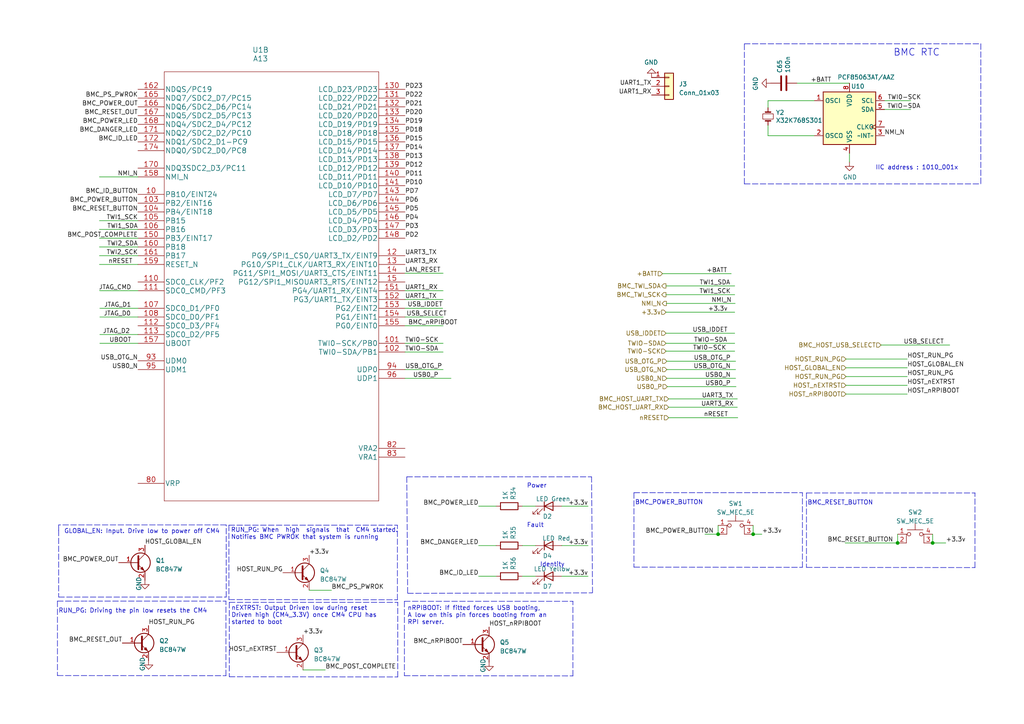
<source format=kicad_sch>
(kicad_sch (version 20230121) (generator eeschema)
  (paper "A4")
  (title_block (title "srvant-board MK1") (date "2021-07-14") (rev "rev-0.1dev"))
  (lib_symbols
    (symbol "Analog_ADC:ADC128D818"
      (property "Reference" "U" (at -10.16 19.05 0))
      (property "Value" "ADC128D818" (at 1.27 19.05 0))
      (symbol "ADC128D818_0_1"
        (rectangle (start -10.16 17.78) (end 10.16 -17.78) (stroke (width 0.254)) (fill (type background)))
      )
      (symbol "ADC128D818_1_1"
        (pin input line (at -12.7 -7.62 0) (length 2.54) (name "VREF") (number "1"))
        (pin input line (at -12.7 0 0) (length 2.54) (name "IN6") (number "10"))
        (pin input line (at -12.7 2.54 0) (length 2.54) (name "IN5") (number "11"))
        (pin input line (at -12.7 5.08 0) (length 2.54) (name "IN4") (number "12"))
        (pin input line (at -12.7 7.62 0) (length 2.54) (name "IN3") (number "13"))
        (pin input line (at -12.7 10.16 0) (length 2.54) (name "IN2") (number "14"))
        (pin input line (at -12.7 12.7 0) (length 2.54) (name "IN1") (number "15"))
        (pin input line (at -12.7 15.24 0) (length 2.54) (name "IN0") (number "16"))
        (pin bidirectional line (at 12.7 15.24 180) (length 2.54) (name "SDA") (number "2"))
        (pin input line (at 12.7 12.7 180) (length 2.54) (name "SCL") (number "3"))
        (pin power_in line (at 0 -20.32 90) (length 2.54) (name "GND") (number "4"))
        (pin power_in line (at 0 20.32 270) (length 2.54) (name "V+") (number "5"))
        (pin output line (at 12.7 2.54 180) (length 2.54) (name "~INT") (number "6"))
        (pin input line (at -12.7 -12.7 0) (length 2.54) (name "A0") (number "7"))
        (pin input line (at -12.7 -15.24 0) (length 2.54) (name "A1") (number "8"))
        (pin input line (at -12.7 -2.54 0) (length 2.54) (name "IN7") (number "9"))
      )
    )
    (symbol "Connector_Generic:Conn_01x03" (pin_names (offset 1.016) hide)
      (property "Reference" "J" (at 0 5.08 0))
      (property "Value" "Conn_01x03" (at 0 -5.08 0))
      (symbol "Conn_01x03_1_1"
        (rectangle (start -1.27 -2.413) (end 0 -2.667) (stroke (width 0.1524)))
        (rectangle (start -1.27 0.127) (end 0 -0.127) (stroke (width 0.1524)))
        (rectangle (start -1.27 2.667) (end 0 2.413) (stroke (width 0.1524)))
        (rectangle (start -1.27 3.81) (end 1.27 -3.81) (stroke (width 0.254)) (fill (type background)))
        (pin passive line (at -5.08 2.54 0) (length 3.81) (name "Pin_1") (number "1"))
        (pin passive line (at -5.08 0 0) (length 3.81) (name "Pin_2") (number "2"))
        (pin passive line (at -5.08 -2.54 0) (length 3.81) (name "Pin_3") (number "3"))
      )
    )
    (symbol "Device:C" (pin_numbers hide) (pin_names (offset 0.254))
      (property "Reference" "C" (at 0.635 2.54 0))
      (property "Value" "C" (at 0.635 -2.54 0))
      (symbol "C_0_1"
        (polyline (pts (xy -2.032 -0.762) (xy 2.032 -0.762)) (stroke (width 0.508)))
        (polyline (pts (xy -2.032 0.762) (xy 2.032 0.762)) (stroke (width 0.508)))
      )
      (symbol "C_1_1"
        (pin passive line (at 0 3.81 270) (length 2.794) (name "~") (number "1"))
        (pin passive line (at 0 -3.81 90) (length 2.794) (name "~") (number "2"))
      )
    )
    (symbol "Device:Crystal_Small" (pin_numbers hide) (pin_names hide)
      (property "Reference" "Y" (at 0 2.54 0))
      (property "Value" "Crystal_Small" (at 0 -2.54 0))
      (symbol "Crystal_Small_0_1"
        (rectangle (start -0.762 -1.524) (end 0.762 1.524))
        (polyline (pts (xy -1.27 -0.762) (xy -1.27 0.762)) (stroke (width 0.381)))
        (polyline (pts (xy 1.27 -0.762) (xy 1.27 0.762)) (stroke (width 0.381)))
      )
      (symbol "Crystal_Small_1_1"
        (pin passive line (at -2.54 0 0) (length 1.27) (name "1") (number "1"))
        (pin passive line (at 2.54 0 180) (length 1.27) (name "2") (number "2"))
      )
    )
    (symbol "Device:LED" (pin_numbers hide) (pin_names (offset 1.016) hide)
      (property "Reference" "D" (at 0 2.54 0))
      (property "Value" "LED" (at 0 -2.54 0))
      (symbol "LED_0_1"
        (polyline (pts (xy -1.27 -1.27) (xy -1.27 1.27)) (stroke (width 0.254)))
        (polyline (pts (xy -1.27 0) (xy 1.27 0)))
        (polyline (pts (xy 1.27 -1.27) (xy 1.27 1.27) (xy -1.27 0) (xy 1.27 -1.27)) (stroke (width 0.254)))
        (polyline (pts (xy -3.048 -0.762) (xy -4.572 -2.286) (xy -3.81 -2.286) (xy -4.572 -2.286) (xy -4.572 -1.524)))
        (polyline (pts (xy -1.778 -0.762) (xy -3.302 -2.286) (xy -2.54 -2.286) (xy -3.302 -2.286) (xy -3.302 -1.524)))
      )
      (symbol "LED_1_1"
        (pin passive line (at -3.81 0 0) (length 2.54) (name "K") (number "1"))
        (pin passive line (at 3.81 0 180) (length 2.54) (name "A") (number "2"))
      )
    )
    (symbol "Device:R" (pin_numbers hide) (pin_names (offset 0))
      (property "Reference" "R" (at 2.032 0 90))
      (property "Value" "R" (at 0 0 90))
      (symbol "R_0_1"
        (rectangle (start -1.016 -2.54) (end 1.016 2.54) (stroke (width 0.254)))
      )
      (symbol "R_1_1"
        (pin passive line (at 0 3.81 270) (length 1.27) (name "~") (number "1"))
        (pin passive line (at 0 -3.81 90) (length 1.27) (name "~") (number "2"))
      )
    )
    (symbol "Switch:SW_MEC_5E" (pin_names (offset 1.016) hide)
      (property "Reference" "SW" (at 0.635 5.715 0))
      (property "Value" "SW_MEC_5E" (at 0 -3.175 0))
      (symbol "SW_MEC_5E_0_1"
        (circle (center -1.778 2.54) (radius 0.508))
        (polyline (pts (xy -2.286 3.81) (xy 2.286 3.81)))
        (polyline (pts (xy 0 3.81) (xy 0 5.588)))
        (polyline (pts (xy -2.54 0) (xy -2.54 2.54) (xy -2.286 2.54)))
        (polyline (pts (xy 2.54 0) (xy 2.54 2.54) (xy 2.286 2.54)))
        (circle (center 1.778 2.54) (radius 0.508))
        (pin passive line (at -5.08 2.54 0) (length 2.54) (name "1") (number "1"))
        (pin passive line (at -5.08 0 0) (length 2.54) (name "2") (number "2"))
        (pin passive line (at 5.08 0 180) (length 2.54) (name "K") (number "3"))
        (pin passive line (at 5.08 2.54 180) (length 2.54) (name "A") (number "4"))
      )
    )
    (symbol "Timer_RTC:PCF8563T"
      (property "Reference" "U" (at -7.62 8.89 0))
      (property "Value" "PCF8563T" (at 2.54 8.89 0))
      (symbol "PCF8563T_0_1"
        (rectangle (start -7.62 7.62) (end 7.62 -7.62) (stroke (width 0.254)) (fill (type background)))
      )
      (symbol "PCF8563T_1_1"
        (pin input line (at -10.16 5.08 0) (length 2.54) (name "OSCI") (number "1"))
        (pin output line (at -10.16 -5.08 0) (length 2.54) (name "OSCO") (number "2"))
        (pin output line (at 10.16 -5.08 180) (length 2.54) (name "~INT~") (number "3"))
        (pin power_in line (at 0 -10.16 90) (length 2.54) (name "VSS") (number "4"))
        (pin bidirectional line (at 10.16 2.54 180) (length 2.54) (name "SDA") (number "5"))
        (pin input line (at 10.16 5.08 180) (length 2.54) (name "SCL") (number "6"))
        (pin output clock (at 10.16 -2.54 180) (length 2.54) (name "CLKO") (number "7"))
        (pin power_in line (at 0 10.16 270) (length 2.54) (name "VDD") (number "8"))
      )
    )
    (symbol "Transistor_BJT:BC847W" (pin_names (offset 0) hide)
      (property "Reference" "Q" (at 5.08 1.905 0))
      (property "Value" "BC847W" (at 5.08 0 0))
      (symbol "BC847W_0_1"
        (polyline (pts (xy 0.635 0.635) (xy 2.54 2.54)))
        (polyline (pts (xy 0.635 -0.635) (xy 2.54 -2.54) (xy 2.54 -2.54)))
        (polyline (pts (xy 0.635 1.905) (xy 0.635 -1.905) (xy 0.635 -1.905)) (stroke (width 0.508)))
        (polyline (pts (xy 1.27 -1.778) (xy 1.778 -1.27) (xy 2.286 -2.286) (xy 1.27 -1.778) (xy 1.27 -1.778)) (fill (type outline)))
        (circle (center 1.27 0) (radius 2.8194) (stroke (width 0.254)))
      )
      (symbol "BC847W_1_1"
        (pin input line (at -5.08 0 0) (length 5.715) (name "B") (number "1"))
        (pin passive line (at 2.54 -5.08 90) (length 2.54) (name "E") (number "2"))
        (pin passive line (at 2.54 5.08 270) (length 2.54) (name "C") (number "3"))
      )
    )
    (symbol "a13_func:A13" (pin_names (offset 0.254))
      (property "Reference" "U1" (at 85.09 11.43 0))
      (property "Value" "A13" (at 85.09 8.89 0))
      (symbol "A13_1_1"
        (polyline (pts (xy 7.62 -127) (xy 114.3 -127)) (stroke (width 0.127)))
        (polyline (pts (xy 7.62 5.08) (xy 7.62 -127)) (stroke (width 0.127)))
        (polyline (pts (xy 114.3 -127) (xy 114.3 5.08)) (stroke (width 0.127)))
        (polyline (pts (xy 114.3 5.08) (xy 7.62 5.08)) (stroke (width 0.127)))
        (pin output line (at 121.92 -88.9 180) (length 7.62) (name "NRE/PC5") (number "1"))
        (pin bidirectional line (at 0 -63.5 0) (length 7.62) (name "CSI_PCLK/SPI2_CS0/EINT14/PE0") (number "114"))
        (pin bidirectional line (at 0 -66.04 0) (length 7.62) (name "CSI_MCLK/SPI2_CLK/EINT15/PE1") (number "115"))
        (pin bidirectional line (at 0 -68.58 0) (length 7.62) (name "CSI_HSYNC/SPI2_MOSI/PE2") (number "116"))
        (pin bidirectional line (at 0 -71.12 0) (length 7.62) (name "CSI_VSYNC/SPI2_MISO/PE3") (number "117"))
        (pin bidirectional line (at 0 -40.64 0) (length 7.62) (name "CSI_D0/SDC2_D0/PE4") (number "118"))
        (pin bidirectional line (at 0 -43.18 0) (length 7.62) (name "CSI_D1/SDC2_D1/PE5") (number "119"))
        (pin bidirectional line (at 0 -45.72 0) (length 7.62) (name "CSI_D2/SDC2_D2/PE6") (number "120"))
        (pin bidirectional line (at 0 -48.26 0) (length 7.62) (name "CSI_D3/SDC2_D3/PE7") (number "121"))
        (pin bidirectional line (at 0 -50.8 0) (length 7.62) (name "CSI_D4/SDC2_CMD/PE8") (number "122"))
        (pin bidirectional line (at 0 -53.34 0) (length 7.62) (name "CSI_D5/SDC2_CLK/PE9") (number "123"))
        (pin bidirectional line (at 0 -55.88 0) (length 7.62) (name "CSI_D6/UART1_TX/PE10") (number "124"))
        (pin bidirectional line (at 0 -58.42 0) (length 7.62) (name "CSI_D7/UART1_RX/PE11") (number "125"))
        (pin bidirectional line (at 121.92 -114.3 180) (length 7.62) (name "LCD_VSYNC/PD27") (number "126"))
        (pin bidirectional line (at 121.92 -116.84 180) (length 7.62) (name "LCD_HSYNC/PD26") (number "127"))
        (pin bidirectional line (at 121.92 -119.38 180) (length 7.62) (name "LCD_DE/PD25") (number "128"))
        (pin bidirectional line (at 121.92 -121.92 180) (length 7.62) (name "LCD_CLK/PD24") (number "129"))
        (pin unspecified line (at 0 -116.84 0) (length 7.62) (name "DZQ") (number "17"))
        (pin input line (at 0 -7.62 0) (length 7.62) (name "NRB1/SDC2_CLK/PC7") (number "175"))
        (pin input line (at 0 -10.16 0) (length 7.62) (name "NRB0/SDC2_CMD/PC6") (number "176"))
        (pin bidirectional line (at 0 -76.2 0) (length 7.62) (name "DDR3_D4") (number "19"))
        (pin bidirectional line (at 0 -78.74 0) (length 7.62) (name "DDR3_D6") (number "20"))
        (pin bidirectional line (at 0 -81.28 0) (length 7.62) (name "DDR3_D2") (number "21"))
        (pin bidirectional line (at 0 -83.82 0) (length 7.62) (name "DDR3_D0") (number "22"))
        (pin bidirectional line (at 0 -86.36 0) (length 7.62) (name "DDR3_D11") (number "24"))
        (pin bidirectional line (at 0 -88.9 0) (length 7.62) (name "DDR3_D9") (number "25"))
        (pin bidirectional line (at 0 -91.44 0) (length 7.62) (name "DDR3_D13") (number "26"))
        (pin bidirectional line (at 0 -93.98 0) (length 7.62) (name "DDR3_D15") (number "27"))
        (pin output line (at 121.92 0 180) (length 7.62) (name "DDR3_DM1") (number "28"))
        (pin output line (at 121.92 -2.54 180) (length 7.62) (name "DDR3_DM0") (number "29"))
        (pin bidirectional line (at 121.92 -101.6 180) (length 7.62) (name "DDR3_DQS0") (number "31"))
        (pin bidirectional line (at 121.92 -104.14 180) (length 7.62) (name "DDR3_DQS0_N") (number "32"))
        (pin bidirectional line (at 121.92 -106.68 180) (length 7.62) (name "DDR3_DQS1") (number "33"))
        (pin bidirectional line (at 121.92 -109.22 180) (length 7.62) (name "DDR3_DQS1_N") (number "34"))
        (pin bidirectional line (at 0 -96.52 0) (length 7.62) (name "DDR3_D12") (number "36"))
        (pin bidirectional line (at 0 -99.06 0) (length 7.62) (name "DDR3_D8") (number "37"))
        (pin bidirectional line (at 0 -101.6 0) (length 7.62) (name "DDR3_D14") (number "38"))
        (pin bidirectional line (at 0 -104.14 0) (length 7.62) (name "DDR3_D10") (number "39"))
        (pin bidirectional line (at 0 -106.68 0) (length 7.62) (name "DDR3_D1") (number "40"))
        (pin bidirectional line (at 0 -109.22 0) (length 7.62) (name "DDR3_D3") (number "41"))
        (pin bidirectional line (at 0 -111.76 0) (length 7.62) (name "DDR3_D7") (number "42"))
        (pin bidirectional line (at 0 -114.3 0) (length 7.62) (name "DDR3_D5") (number "44"))
        (pin output line (at 121.92 -5.08 180) (length 7.62) (name "DDR3_CK") (number "45"))
        (pin output line (at 121.92 -7.62 180) (length 7.62) (name "DDR3_CK_N") (number "46"))
        (pin output line (at 121.92 -10.16 180) (length 7.62) (name "DDR3_CKE") (number "47"))
        (pin output line (at 121.92 -12.7 180) (length 7.62) (name "DDR3_A10") (number "48"))
        (pin output line (at 121.92 -15.24 180) (length 7.62) (name "DDR3_BA1") (number "49"))
        (pin output line (at 121.92 -17.78 180) (length 7.62) (name "DDR3_A12") (number "50"))
        (pin output line (at 121.92 -20.32 180) (length 7.62) (name "DDR3_A4") (number "51"))
        (pin output line (at 121.92 -22.86 180) (length 7.62) (name "DDR3_A1") (number "52"))
        (pin output line (at 121.92 -25.4 180) (length 7.62) (name "DDR3_A6") (number "54"))
        (pin output line (at 121.92 -27.94 180) (length 7.62) (name "DDR3_A8") (number "55"))
        (pin output line (at 121.92 -30.48 180) (length 7.62) (name "DDR3_A11") (number "56"))
        (pin output line (at 121.92 -33.02 180) (length 7.62) (name "DDR3_A14") (number "57"))
        (pin output line (at 121.92 -35.56 180) (length 7.62) (name "DDR3_RAS") (number "58"))
        (pin output line (at 121.92 -38.1 180) (length 7.62) (name "DDR3_CAS") (number "59"))
        (pin output line (at 121.92 -40.64 180) (length 7.62) (name "DDR3_WE") (number "60"))
        (pin output line (at 121.92 -43.18 180) (length 7.62) (name "DDR3_BA2") (number "61"))
        (pin output line (at 121.92 -45.72 180) (length 7.62) (name "DDR3_BA0") (number "63"))
        (pin output line (at 121.92 -48.26 180) (length 7.62) (name "DDR3_A0") (number "64"))
        (pin output line (at 121.92 -50.8 180) (length 7.62) (name "DDR3_A3") (number "65"))
        (pin output line (at 121.92 -53.34 180) (length 7.62) (name "DDR3_A2") (number "66"))
        (pin output line (at 121.92 -55.88 180) (length 7.62) (name "DDR3_A5") (number "67"))
        (pin output line (at 121.92 -58.42 180) (length 7.62) (name "DDR3_A13") (number "68"))
        (pin output line (at 121.92 -60.96 180) (length 7.62) (name "DDR3_A9") (number "69"))
        (pin output line (at 121.92 -86.36 180) (length 7.62) (name "NALE/SPI0_MISO/PC1") (number "7"))
        (pin output line (at 121.92 -63.5 180) (length 7.62) (name "DDR3_RST") (number "70"))
        (pin output line (at 121.92 -66.04 180) (length 7.62) (name "DDR3_A7") (number "71"))
        (pin output line (at 121.92 -68.58 180) (length 7.62) (name "DDR3_ODT") (number "72"))
        (pin output line (at 121.92 -81.28 180) (length 7.62) (name "HPOUTL") (number "74"))
        (pin output line (at 121.92 -73.66 180) (length 7.62) (name "HPBP") (number "75"))
        (pin output line (at 121.92 -76.2 180) (length 7.62) (name "HPCOM") (number "77"))
        (pin output line (at 121.92 -83.82 180) (length 7.62) (name "HPOUTR") (number "78"))
        (pin output line (at 121.92 -91.44 180) (length 7.62) (name "NWE/SPI0_MOSI/PC0") (number "8"))
        (pin input line (at 0 -2.54 0) (length 7.62) (name "MICIN1") (number "84"))
        (pin input line (at 0 0 0) (length 7.62) (name "LRADC") (number "86"))
        (pin input line (at 0 -15.24 0) (length 7.62) (name "TPX2") (number "87"))
        (pin input line (at 0 -22.86 0) (length 7.62) (name "TPY2") (number "88"))
        (pin input line (at 0 -17.78 0) (length 7.62) (name "TPX1") (number "89"))
        (pin input line (at 0 -25.4 0) (length 7.62) (name "TPY1") (number "90"))
        (pin output line (at 121.92 -96.52 180) (length 7.62) (name "X24MOUT") (number "91"))
        (pin input line (at 0 -35.56 0) (length 7.62) (name "X24MIN") (number "92"))
      )
      (symbol "A13_2_1"
        (polyline (pts (xy 57.15 -119.38) (xy 119.38 -119.38)) (stroke (width 0.127)))
        (polyline (pts (xy 57.15 5.08) (xy 57.15 -119.38)) (stroke (width 0.127)))
        (polyline (pts (xy 119.38 -119.38) (xy 119.38 5.08)) (stroke (width 0.127)))
        (polyline (pts (xy 119.38 5.08) (xy 57.15 5.08)) (stroke (width 0.127)))
        (pin bidirectional line (at 49.53 -30.48 0) (length 7.62) (name "PB10/EINT24") (number "10"))
        (pin bidirectional line (at 127 -73.66 180) (length 7.62) (name "TWI0-SCK/PB0") (number "101"))
        (pin bidirectional line (at 127 -76.2 180) (length 7.62) (name "TWI0-SDA/PB1") (number "102"))
        (pin bidirectional line (at 49.53 -33.02 0) (length 7.62) (name "PB2/EINT16") (number "103"))
        (pin bidirectional line (at 49.53 -35.56 0) (length 7.62) (name "PB4/EINT18") (number "104"))
        (pin bidirectional line (at 49.53 -38.1 0) (length 7.62) (name "PB15") (number "105"))
        (pin bidirectional line (at 49.53 -40.64 0) (length 7.62) (name "PB16") (number "106"))
        (pin bidirectional line (at 49.53 -63.5 0) (length 7.62) (name "SDC0_D1/PF0") (number "107"))
        (pin bidirectional line (at 49.53 -66.04 0) (length 7.62) (name "SDC0_D0/PF1") (number "108"))
        (pin bidirectional line (at 49.53 -55.88 0) (length 7.62) (name "SDC0_CLK/PF2") (number "110"))
        (pin bidirectional line (at 49.53 -58.42 0) (length 7.62) (name "SDC0_CMD/PF3") (number "111"))
        (pin bidirectional line (at 49.53 -68.58 0) (length 7.62) (name "SDC0_D3/PF4") (number "112"))
        (pin bidirectional line (at 49.53 -71.12 0) (length 7.62) (name "SDC0_D2/PF5") (number "113"))
        (pin bidirectional line (at 127 -48.26 180) (length 7.62) (name "PG9/SPI1_CS0/UART3_TX/EINT9") (number "12"))
        (pin bidirectional line (at 127 -50.8 180) (length 7.62) (name "PG10/SPI1_CLK/UART3_RX/EINT10") (number "13"))
        (pin bidirectional line (at 127 0 180) (length 7.62) (name "LCD_D23/PD23") (number "130"))
        (pin bidirectional line (at 127 -2.54 180) (length 7.62) (name "LCD_D22/PD22") (number "131"))
        (pin bidirectional line (at 127 -5.08 180) (length 7.62) (name "LCD_D21/PD21") (number "132"))
        (pin bidirectional line (at 127 -7.62 180) (length 7.62) (name "LCD_D20/PD20") (number "133"))
        (pin bidirectional line (at 127 -10.16 180) (length 7.62) (name "LCD_D19/PD19") (number "134"))
        (pin bidirectional line (at 127 -12.7 180) (length 7.62) (name "LCD_D18/PD18") (number "135"))
        (pin bidirectional line (at 127 -15.24 180) (length 7.62) (name "LCD_D15/PD15") (number "136"))
        (pin bidirectional line (at 127 -17.78 180) (length 7.62) (name "LCD_D14/PD14") (number "137"))
        (pin bidirectional line (at 127 -20.32 180) (length 7.62) (name "LCD_D13/PD13") (number "138"))
        (pin bidirectional line (at 127 -22.86 180) (length 7.62) (name "LCD_D12/PD12") (number "139"))
        (pin bidirectional line (at 127 -53.34 180) (length 7.62) (name "PG11/SPI1_MOSI/UART3_CTS/EINT11") (number "14"))
        (pin bidirectional line (at 127 -25.4 180) (length 7.62) (name "LCD_D11/PD11") (number "140"))
        (pin bidirectional line (at 127 -27.94 180) (length 7.62) (name "LCD_D10/PD10") (number "141"))
        (pin bidirectional line (at 127 -30.48 180) (length 7.62) (name "LCD_D7/PD7") (number "143"))
        (pin bidirectional line (at 127 -33.02 180) (length 7.62) (name "LCD_D6/PD6") (number "144"))
        (pin bidirectional line (at 127 -35.56 180) (length 7.62) (name "LCD_D5/PD5") (number "145"))
        (pin bidirectional line (at 127 -38.1 180) (length 7.62) (name "LCD_D4/PD4") (number "146"))
        (pin bidirectional line (at 127 -40.64 180) (length 7.62) (name "LCD_D3/PD3") (number "147"))
        (pin bidirectional line (at 127 -43.18 180) (length 7.62) (name "LCD_D2/PD2") (number "148"))
        (pin bidirectional line (at 127 -55.88 180) (length 7.62) (name "PG12/SPI1_MISOUART3_RTS/EINT12") (number "15"))
        (pin bidirectional line (at 49.53 -43.18 0) (length 7.62) (name "PB3/EINT17") (number "150"))
        (pin bidirectional line (at 127 -58.42 180) (length 7.62) (name "PG4/UART1_RX/EINT4") (number "151"))
        (pin bidirectional line (at 127 -60.96 180) (length 7.62) (name "PG3/UART1_TX/EINT3") (number "152"))
        (pin bidirectional line (at 127 -63.5 180) (length 7.62) (name "PG2/EINT2") (number "153"))
        (pin bidirectional line (at 127 -66.04 180) (length 7.62) (name "PG1/EINT1") (number "154"))
        (pin bidirectional line (at 127 -68.58 180) (length 7.62) (name "PG0/EINT0") (number "155"))
        (pin bidirectional line (at 49.53 -73.66 0) (length 7.62) (name "UBOOT") (number "157"))
        (pin unspecified line (at 49.53 -25.4 0) (length 7.62) (name "NMI_N") (number "158"))
        (pin unspecified line (at 49.53 -50.8 0) (length 7.62) (name "RESET_N") (number "159"))
        (pin bidirectional line (at 49.53 -45.72 0) (length 7.62) (name "PB18") (number "160"))
        (pin bidirectional line (at 49.53 -48.26 0) (length 7.62) (name "PB17") (number "161"))
        (pin bidirectional line (at 49.53 0 0) (length 7.62) (name "NDQS/PC19") (number "162"))
        (pin bidirectional line (at 49.53 -2.54 0) (length 7.62) (name "NDQ7/SDC2_D7/PC15") (number "165"))
        (pin bidirectional line (at 49.53 -5.08 0) (length 7.62) (name "NDQ6/SDC2_D6/PC14") (number "166"))
        (pin bidirectional line (at 49.53 -7.62 0) (length 7.62) (name "NDQ5/SDC2_D5/PC13") (number "167"))
        (pin bidirectional line (at 49.53 -10.16 0) (length 7.62) (name "NDQ4/SDC2_D4/PC12") (number "168"))
        (pin bidirectional line (at 49.53 -22.86 0) (length 7.62) (name "NDQ3SDC2_D3/PC11") (number "170"))
        (pin bidirectional line (at 49.53 -12.7 0) (length 7.62) (name "NDQ2/SDC2_D2/PC10") (number "171"))
        (pin bidirectional line (at 49.53 -15.24 0) (length 7.62) (name "NDQ1/SDC2_D1-PC9") (number "172"))
        (pin bidirectional line (at 49.53 -17.78 0) (length 7.62) (name "NDQ0/SDC2_D0/PC8") (number "174"))
        (pin unspecified line (at 49.53 -114.3 0) (length 7.62) (name "VRP") (number "80"))
        (pin unspecified line (at 127 -104.14 180) (length 7.62) (name "VRA2") (number "82"))
        (pin unspecified line (at 127 -106.68 180) (length 7.62) (name "VRA1") (number "83"))
        (pin bidirectional line (at 49.53 -78.74 0) (length 7.62) (name "UDM0") (number "93"))
        (pin bidirectional line (at 127 -81.28 180) (length 7.62) (name "UDP0") (number "94"))
        (pin bidirectional line (at 49.53 -81.28 0) (length 7.62) (name "UDM1") (number "95"))
        (pin bidirectional line (at 127 -83.82 180) (length 7.62) (name "UDP1") (number "96"))
      )
      (symbol "A13_3_1"
        (polyline (pts (xy 7.62 -114.3) (xy 53.34 -114.3)) (stroke (width 0.127)))
        (polyline (pts (xy 7.62 5.08) (xy 7.62 -114.3)) (stroke (width 0.127)))
        (polyline (pts (xy 53.34 -114.3) (xy 53.34 5.08)) (stroke (width 0.127)))
        (polyline (pts (xy 53.34 5.08) (xy 7.62 5.08)) (stroke (width 0.127)))
        (pin power_in line (at 0 -40.64 0) (length 7.62) (name "VCC2") (number "100"))
        (pin power_in line (at 0 -76.2 0) (length 7.62) (name "VDD4_INT") (number "109"))
        (pin power_in line (at 0 -66.04 0) (length 7.62) (name "VDD3_CPU") (number "11"))
        (pin power_in line (at 0 -43.18 0) (length 7.62) (name "VCC3") (number "142"))
        (pin power_in line (at 0 -81.28 0) (length 7.62) (name "VDD5_INT") (number "149"))
        (pin power_in line (at 0 -83.82 0) (length 7.62) (name "VDD5_CPU") (number "156"))
        (pin power_in line (at 0 -73.66 0) (length 7.62) (name "VDD4_CPU") (number "16"))
        (pin power_in line (at 0 -45.72 0) (length 7.62) (name "VCC4") (number "163"))
        (pin power_in line (at 0 -88.9 0) (length 7.62) (name "VDD6_CPU") (number "164"))
        (pin power_in line (at 0 -93.98 0) (length 7.62) (name "VDD7_CPU") (number "169"))
        (pin power_in line (at 0 -99.06 0) (length 7.62) (name "VDD8_CPU") (number "173"))
        (pin power_in line (at 0 -109.22 0) (length 7.62) (name "GND") (number "177"))
        (pin power_in line (at 0 -12.7 0) (length 7.62) (name "SVREF") (number "18"))
        (pin output line (at 0 0 0) (length 7.62) (name "NCE0/PC4") (number "2"))
        (pin power_in line (at 0 -27.94 0) (length 7.62) (name "VCC1_DRAM") (number "23"))
        (pin output line (at 0 -2.54 0) (length 7.62) (name "NCE1/SPI0_CS0/PC3") (number "3"))
        (pin power_in line (at 0 -30.48 0) (length 7.62) (name "VCC2_DRAM") (number "30"))
        (pin power_in line (at 0 -53.34 0) (length 7.62) (name "VDD1_INT") (number "35"))
        (pin power_in line (at 0 -50.8 0) (length 7.62) (name "VDD1_CPU") (number "4"))
        (pin power_in line (at 0 -33.02 0) (length 7.62) (name "VCC3_DRAM") (number "43"))
        (pin power_in line (at 0 -25.4 0) (length 7.62) (name "VCC1") (number "5"))
        (pin power_in line (at 0 -35.56 0) (length 7.62) (name "VCC4_DRAM") (number "53"))
        (pin output line (at 0 -5.08 0) (length 7.62) (name "NCLE/SPI0_CLKPC2") (number "6"))
        (pin power_in line (at 0 -38.1 0) (length 7.62) (name "VCC5_DRAM") (number "62"))
        (pin power_in line (at 0 -60.96 0) (length 7.62) (name "VDD2_INT") (number "73"))
        (pin power_in line (at 0 -17.78 0) (length 7.62) (name "V33_HP") (number "76"))
        (pin power_in line (at 0 -106.68 0) (length 7.62) (name "AGND") (number "79"))
        (pin power_in line (at 0 -10.16 0) (length 7.62) (name "AVCC") (number "81"))
        (pin power_in line (at 0 -104.14 0) (length 7.62) (name "VMIC") (number "85"))
        (pin power_in line (at 0 -58.42 0) (length 7.62) (name "VDD2_CPU") (number "9"))
        (pin power_in line (at 0 -20.32 0) (length 7.62) (name "V33_USB") (number "97"))
        (pin power_in line (at 0 -68.58 0) (length 7.62) (name "VDD3-INT") (number "98"))
        (pin no_connect line (at 0 -7.62 0) (length 7.62) (name "NC") (number "99"))
      )
    )
    (symbol "power:GND" (power) (pin_names (offset 0))
      (property "Value" "GND" (at 0 -3.81 0))
      (symbol "GND_0_1"
        (polyline (pts (xy 0 0) (xy 0 -1.27) (xy 1.27 -1.27) (xy 0 -2.54) (xy -1.27 -1.27) (xy 0 -1.27)))
      )
      (symbol "GND_1_1"
        (pin power_in line (at 0 0 270) (length 0) hide (name "GND") (number "1"))
      )
    )
    (symbol "ul_LM94022QBIMGNOPB:LM94022QBIMG_NOPB" (pin_names (offset 0.254))
      (property "Reference" "U" (at 27.94 10.16 0))
      (property "Value" "LM94022QBIMG_NOPB" (at 27.94 7.62 0))
      (symbol "LM94022QBIMG_NOPB_1_1"
        (polyline (pts (xy 7.62 -10.16) (xy 48.26 -10.16)) (stroke (width 0.127)))
        (polyline (pts (xy 7.62 5.08) (xy 7.62 -10.16)) (stroke (width 0.127)))
        (polyline (pts (xy 48.26 -10.16) (xy 48.26 5.08)) (stroke (width 0.127)))
        (polyline (pts (xy 48.26 5.08) (xy 7.62 5.08)) (stroke (width 0.127)))
        (pin input line (at 0 0 0) (length 7.62) (name "GSO") (number "1"))
        (pin power_in line (at 0 -2.54 0) (length 7.62) (name "GND") (number "2"))
        (pin output line (at 55.88 -5.08 180) (length 7.62) (name "OUT") (number "3"))
        (pin power_in line (at 55.88 -2.54 180) (length 7.62) (name "VDD") (number "4"))
        (pin input line (at 55.88 0 180) (length 7.62) (name "GS1") (number "5"))
      )
    )
  )
  (junction (at 260.35 157.48) (diameter 0.9144))
  (junction (at 270.51 157.48) (diameter 0.9144))
  (junction (at 218.44 154.94) (diameter 0.9144))
  (junction (at 208.28 154.94) (diameter 0.9144))
  (wire (pts (xy 138.811 158.242) (xy 143.891 158.242)))
  (polyline (pts (xy 330.7334 66.421) (xy 398.2212 66.421)) (stroke (width 0) (type dash)))
  (polyline (pts (xy 117.983 138.303) (xy 118.237 172.085)) (stroke (width 0) (type dash)))
  (wire (pts (xy 87.884 194.31) (xy 94.361 194.31)))
  (wire (pts (xy 162.941 167.132) (xy 170.561 167.132)))
  (wire (pts (xy 40.005 51.308) (xy 28.829 51.308)))
  (wire (pts (xy 260.35 154.94) (xy 260.35 157.48)))
  (wire (pts (xy 264.16 29.21) (xy 256.54 29.21)))
  (wire (pts (xy 245.364 109.22) (xy 263.144 109.22)))
  (wire (pts (xy 40.005 74.168) (xy 28.829 74.168)))
  (wire (pts (xy 128.524 91.948) (xy 117.475 91.948)))
  (polyline (pts (xy 215.9 12.7) (xy 284.48 12.7)) (stroke (width 0) (type dash)))
  (polyline (pts (xy 215.9 53.34) (xy 215.9 12.7)) (stroke (width 0) (type dash)))
  (polyline (pts (xy 215.9 53.34) (xy 284.48 53.34)) (stroke (width 0) (type dash)))
  (polyline (pts (xy 284.48 12.7) (xy 284.48 53.34)) (stroke (width 0) (type dash)))
  (wire (pts (xy 222.758 29.21) (xy 236.22 29.21)))
  (polyline (pts (xy 233.9086 142.9766) (xy 282.829 142.9766)) (stroke (width 0) (type dash)))
  (wire (pts (xy 193.167 90.551) (xy 213.106 90.551)))
  (wire (pts (xy 218.44 154.94) (xy 220.98 154.94)))
  (wire (pts (xy 40.005 69.088) (xy 28.829 69.088)))
  (polyline (pts (xy 66.3956 173.9138) (xy 115.2906 173.9646)) (stroke (width 0) (type dash)))
  (polyline (pts (xy 233.9086 142.9766) (xy 233.9086 164.5666)) (stroke (width 0) (type dash)))
  (polyline (pts (xy 117.983 138.303) (xy 171.577 138.303)) (stroke (width 0) (type dash)))
  (polyline (pts (xy 65.532 195.9864) (xy 65.532 174.3964)) (stroke (width 0) (type dash)))
  (wire (pts (xy 193.421 109.728) (xy 213.36 109.728)))
  (wire (pts (xy 28.956 99.568) (xy 40.005 99.568)))
  (wire (pts (xy 246.38 44.45) (xy 246.38 46.99)))
  (wire (pts (xy 193.929 115.697) (xy 213.868 115.697)))
  (wire (pts (xy 270.51 157.48) (xy 274.32 157.48)))
  (wire (pts (xy 193.929 121.158) (xy 213.995 121.158)))
  (wire (pts (xy 40.005 89.408) (xy 28.956 89.408)))
  (polyline (pts (xy 66.4972 174.7012) (xy 115.4176 174.7012)) (stroke (width 0) (type dash)))
  (wire (pts (xy 193.929 118.11) (xy 213.868 118.11)))
  (polyline (pts (xy 66.4972 196.2912) (xy 115.3922 196.342)) (stroke (width 0) (type dash)))
  (polyline (pts (xy 117.2972 174.3964) (xy 166.2176 174.3964)) (stroke (width 0) (type dash)))
  (polyline (pts (xy 183.8706 164.4904) (xy 232.7656 164.5412)) (stroke (width 0) (type dash)))
  (wire (pts (xy 128.397 89.408) (xy 117.475 89.408)))
  (polyline (pts (xy 183.8706 142.9004) (xy 183.8706 164.4904)) (stroke (width 0) (type dash)))
  (polyline (pts (xy 115.3668 196.342) (xy 115.3668 174.752)) (stroke (width 0) (type dash)))
  (wire (pts (xy 40.005 97.028) (xy 28.956 97.028)))
  (wire (pts (xy 128.524 86.868) (xy 117.475 86.868)))
  (wire (pts (xy 28.956 84.201) (xy 28.956 84.328)))
  (wire (pts (xy 40.005 84.328) (xy 28.956 84.328)))
  (wire (pts (xy 245.364 106.68) (xy 263.144 106.68)))
  (wire (pts (xy 162.941 146.812) (xy 170.561 146.812)))
  (polyline (pts (xy 65.6082 152.2476) (xy 17.018 152.2476)) (stroke (width 0) (type dash)))
  (wire (pts (xy 138.811 146.812) (xy 143.891 146.812)))
  (polyline (pts (xy 17.018 152.2476) (xy 17.018 153.8986)) (stroke (width 0) (type dash)))
  (wire (pts (xy 89.662 171.196) (xy 96.139 171.196)))
  (polyline (pts (xy 65.6082 173.1772) (xy 65.6082 152.2476)) (stroke (width 0) (type dash)))
  (wire (pts (xy 40.005 71.628) (xy 28.829 71.628)))
  (polyline (pts (xy 66.4972 174.7012) (xy 66.4972 196.2912)) (stroke (width 0) (type dash)))
  (wire (pts (xy 245.364 104.14) (xy 263.144 104.14)))
  (wire (pts (xy 117.475 109.728) (xy 130.81 109.728)))
  (wire (pts (xy 231.14 24.13) (xy 246.38 24.13)))
  (wire (pts (xy 128.524 84.328) (xy 117.475 84.328)))
  (polyline (pts (xy 233.9086 164.5666) (xy 282.8036 164.6174)) (stroke (width 0) (type dash)))
  (wire (pts (xy 128.524 107.188) (xy 117.475 107.188)))
  (polyline (pts (xy 171.8564 171.9072) (xy 171.577 138.303)) (stroke (width 0) (type dash)))
  (wire (pts (xy 40.005 76.708) (xy 28.829 76.708)))
  (wire (pts (xy 264.16 31.75) (xy 256.54 31.75)))
  (wire (pts (xy 193.421 107.188) (xy 213.36 107.188)))
  (wire (pts (xy 128.524 79.248) (xy 117.475 79.248)))
  (wire (pts (xy 193.294 88.011) (xy 213.233 88.011)))
  (wire (pts (xy 128.524 99.568) (xy 117.475 99.568)))
  (polyline (pts (xy 66.3956 152.3238) (xy 115.316 152.3238)) (stroke (width 0) (type dash)))
  (wire (pts (xy 193.167 101.854) (xy 213.106 101.854)))
  (wire (pts (xy 222.758 39.37) (xy 222.758 36.322)))
  (polyline (pts (xy 117.2972 195.9864) (xy 166.1922 196.0372)) (stroke (width 0) (type dash)))
  (wire (pts (xy 193.167 99.568) (xy 213.106 99.568)))
  (polyline (pts (xy 282.7782 164.6174) (xy 282.7782 143.0274)) (stroke (width 0) (type dash)))
  (polyline (pts (xy 118.237 172.085) (xy 171.831 171.958)) (stroke (width 0) (type dash)))
  (wire (pts (xy 218.44 152.4) (xy 218.44 154.94)))
  (wire (pts (xy 40.005 91.948) (xy 28.956 91.948)))
  (wire (pts (xy 128.524 102.108) (xy 117.475 102.108)))
  (polyline (pts (xy 183.8706 142.9004) (xy 232.791 142.9004)) (stroke (width 0) (type dash)))
  (wire (pts (xy 151.511 146.812) (xy 155.321 146.812)))
  (wire (pts (xy 40.005 66.548) (xy 28.829 66.548)))
  (wire (pts (xy 222.758 29.21) (xy 222.758 31.242)))
  (polyline (pts (xy 330.708 66.421) (xy 330.7588 66.421)) (stroke (width 0) (type dash)))
  (polyline (pts (xy 232.7402 164.5412) (xy 232.7402 142.9512)) (stroke (width 0) (type dash)))
  (polyline (pts (xy 115.2652 173.9646) (xy 115.2652 152.3746)) (stroke (width 0) (type dash)))
  (wire (pts (xy 193.167 82.931) (xy 213.106 82.931)))
  (wire (pts (xy 245.364 111.76) (xy 263.144 111.76)))
  (polyline (pts (xy 166.1668 196.0372) (xy 166.1668 174.4472)) (stroke (width 0) (type dash)))
  (wire (pts (xy 138.811 167.132) (xy 143.891 167.132)))
  (polyline (pts (xy 17.018 173.1772) (xy 65.6082 173.1772)) (stroke (width 0) (type dash)))
  (wire (pts (xy 128.524 94.488) (xy 117.475 94.488)))
  (wire (pts (xy 193.167 96.647) (xy 213.106 96.647)))
  (polyline (pts (xy 330.708 147.4978) (xy 330.708 66.421)) (stroke (width 0) (type dash)))
  (polyline (pts (xy 66.3956 152.3238) (xy 66.3956 173.9138)) (stroke (width 0) (type dash)))
  (wire (pts (xy 193.548 112.141) (xy 213.487 112.141)))
  (wire (pts (xy 208.28 152.4) (xy 208.28 154.94)))
  (wire (pts (xy 204.47 154.94) (xy 208.28 154.94)))
  (polyline (pts (xy 16.6624 174.3456) (xy 65.5828 174.3456)) (stroke (width 0) (type dash)))
  (wire (pts (xy 270.51 154.94) (xy 270.51 157.48)))
  (wire (pts (xy 255.524 100.076) (xy 275.463 100.076)))
  (polyline (pts (xy 17.018 153.7716) (xy 17.018 173.1772)) (stroke (width 0) (type dash)))
  (polyline (pts (xy 398.2212 66.421) (xy 398.2212 147.4978)) (stroke (width 0) (type dash)))
  (wire (pts (xy 162.941 158.242) (xy 170.561 158.242)))
  (wire (pts (xy 40.005 64.008) (xy 28.829 64.008)))
  (polyline (pts (xy 117.2972 174.3964) (xy 117.2972 195.9864)) (stroke (width 0) (type dash)))
  (wire (pts (xy 245.364 114.3) (xy 263.144 114.3)))
  (wire (pts (xy 236.22 39.37) (xy 222.758 39.37)))
  (wire (pts (xy 151.511 167.132) (xy 155.321 167.132)))
  (wire (pts (xy 193.167 85.471) (xy 213.106 85.471)))
  (polyline (pts (xy 16.6624 174.3456) (xy 16.6624 195.9356)) (stroke (width 0) (type dash)))
  (wire (pts (xy 151.511 158.242) (xy 155.321 158.242)))
  (wire (pts (xy 245.11 157.48) (xy 260.35 157.48)))
  (wire (pts (xy 193.421 104.775) (xy 213.36 104.775)))
  (wire (pts (xy 192.151 79.375) (xy 212.09 79.375)))
  (polyline (pts (xy 16.6624 195.9356) (xy 65.5574 195.9864)) (stroke (width 0) (type dash)))
  (polyline (pts (xy 398.2212 147.4978) (xy 330.708 147.4978)) (stroke (width 0) (type dash)))
  (text "Power\n" (at 152.781 141.732 0) (effects (font (size 1.27 1.27)) (justify left bottom)))
  (text "Identity" (at 156.591 164.592 0) (effects (font (size 1.27 1.27)) (justify left bottom)))
  (text "GLOBAL_EN: Input. Drive low to power off CM4" (at 63.7794 154.94 0) (effects (font (size 1.27 1.27)) (justify right bottom)))
  (text "Fault\n" (at 152.781 153.162 0) (effects (font (size 1.27 1.27)) (justify left bottom)))
  (text "nRPIBOOT: If fitted forces USB booting, \nA low on this pin forces booting from an \nRPI server.\n" (at 118.1862 181.3306 0) (effects (font (size 1.27 1.27)) (justify left bottom)))
  (text "BMC_POWER_BUTTON\n" (at 184.15 146.558 0) (effects (font (size 1.27 1.27)) (justify left bottom)))
  (text "BMC_RESET_BUTTON\n" (at 234.188 146.6342 0) (effects (font (size 1.27 1.27)) (justify left bottom)))
  (text "RUN_PG: Driving the pin low resets the CM4" (at 16.9418 178.0032 0) (effects (font (size 1.27 1.27)) (justify left bottom)))
  (text "nEXTRST: Output Driven low during reset \nDriven high (CM4_3.3V) once CM4 CPU has \nstarted to boot" (at 67.0814 181.3052 0) (effects (font (size 1.27 1.27)) (justify left bottom)))
  (text "IIC address : 1010_001x" (at 253.9238 49.4538 0) (effects (font (size 1.27 1.27)) (justify left bottom)))
  (text "RUN_PG: When  high  signals  that  CM4 started.  \nNotifies BMC PWROK that system is running" (at 66.9544 156.6418 0) (effects (font (size 1.27 1.27)) (justify left bottom)))
  (text "BMC RTC\n" (at 259.08 16.51 0) (effects (font (size 2.0066 2.0066)) (justify left bottom)))
  (text "out of scope for v1" (at 351.9424 69.1642 0) (effects (font (size 1.27 1.27)) (justify right bottom)))
  (label "PD4" (at 117.475 64.008 0))
  (label "USB0_N" (at 211.963 109.728 180))
  (label "BMC_RESET_BUTTON" (at 259.08 157.48 180))
  (label "BMC_nRPIBOOT" (at 118.364 94.488 0))
  (label "UART1_RX" (at 188.976 27.559 180))
  (label "HOST_RUN_PG" (at 82.042 166.116 180))
  (label "UART1_RX" (at 117.475 84.328 0))
  (label "USB_IDDET" (at 128.397 89.281 180))
  (label "HOST_GLOBAL_EN" (at 42.037 158.115 0))
  (label "BMC_RESET_OUT" (at 40.005 33.528 180))
  (label "BMC_ID_LED" (at 40.005 41.148 180))
  (label "USB_SELECT" (at 117.856 91.948 0))
  (label "UBOOT" (at 38.1 99.568 180))
  (label "HOST_RUN_PG" (at 43.0784 181.4322 0))
  (label "BMC_POWER_BUTTON" (at 40.005 58.928 180))
  (label "JTAG_CMD" (at 38.1 84.328 180))
  (label "HOST_RUN_PG" (at 263.144 109.22 0))
  (label "+3.3v" (at 274.32 157.48 0))
  (label "TWI0-SCK" (at 117.475 99.568 0))
  (label "TWI2_SDA" (at 40.005 71.628 180))
  (label "BMC_RESET_OUT" (at 35.4584 186.5122 180))
  (label "nRESET" (at 211.201 121.158 180))
  (label "HOST_nEXTRST" (at 80.264 189.23 180))
  (label "UART3_TX" (at 117.475 74.168 0))
  (label "PD12" (at 117.475 48.768 0))
  (label "BMC_DANGER_LED" (at 138.811 158.242 180))
  (label "PD23" (at 117.475 25.908 0))
  (label "+3.3v" (at 170.561 158.242 180))
  (label "PD19" (at 117.475 36.068 0))
  (label "UART3_RX" (at 117.475 76.708 0))
  (label "PD13" (at 117.475 46.228 0))
  (label "PD15" (at 117.475 41.148 0))
  (label "BMC_POWER_OUT" (at 34.417 163.195 180))
  (label "LAN_RESET" (at 117.475 79.248 0))
  (label "HOST_GLOBAL_EN" (at 263.144 106.68 0))
  (label "USB_SELECT" (at 273.812 100.076 180))
  (label "PD3" (at 117.475 66.548 0))
  (label "TWI0-SCK" (at 210.693 101.854 180))
  (label "BMC_DANGER_LED" (at 40.005 38.608 180))
  (label "+3.3v" (at 170.561 167.132 180))
  (label "TWIO-SDA" (at 257.302 31.75 0))
  (label "NMI_N" (at 40.005 51.308 180))
  (label "PD21" (at 117.475 30.988 0))
  (label "TWIO-SDA" (at 117.475 102.108 0))
  (label "PD11" (at 117.475 51.308 0))
  (label "HOST_RUN_PG" (at 263.144 104.14 0))
  (label "TWI2_SCK" (at 40.005 74.168 180))
  (label "BMC_POWER_LED" (at 138.811 146.812 180))
  (label "HOST_nEXTRST" (at 263.144 111.76 0))
  (label "HOST_nRPIBOOT" (at 263.144 114.3 0))
  (label "BMC_PS_PWROK" (at 96.139 171.196 0))
  (label "USB_OTG_N" (at 40.005 104.648 180))
  (label "BMC_ID_BUTTON" (at 40.005 56.388 180))
  (label "BMC_RESET_BUTTON" (at 40.005 61.468 180))
  (label "BMC_POWER_BUTTON" (at 207.01 154.94 180))
  (label "BMC_nRPIBOOT" (at 134.239 186.944 180))
  (label "PD6" (at 117.475 58.928 0))
  (label "NMI_N" (at 212.217 88.011 180))
  (label "PD14" (at 117.475 43.688 0))
  (label "BMC_ID_LED" (at 138.811 167.132 180))
  (label "JTAG_D2" (at 37.719 97.028 180))
  (label "PD2" (at 117.475 69.088 0))
  (label "TWI1_SCK" (at 40.005 64.008 180))
  (label "PD18" (at 117.475 38.608 0))
  (label "PD5" (at 117.475 61.468 0))
  (label "PD7" (at 117.475 56.388 0))
  (label "UART3_TX" (at 212.725 115.697 180))
  (label "BMC_PS_PWROK" (at 40.005 28.448 180))
  (label "TWI1_SDA" (at 40.005 66.548 180))
  (label "+3.3v" (at 170.561 146.812 180))
  (label "PD22" (at 117.475 28.448 0))
  (label "+3.3v" (at 87.884 184.15 0))
  (label "USB0_N" (at 40.005 107.188 180))
  (label "JTAG_D1" (at 38.1 89.408 180))
  (label "PD10" (at 117.475 53.848 0))
  (label "USB0_P" (at 211.963 112.141 180))
  (label "TWIO-SDA" (at 210.947 99.568 180))
  (label "BMC_POST_COMPLETE" (at 40.005 69.088 180))
  (label "+BATT" (at 241.173 24.13 180))
  (label "USB_OTG_P" (at 117.475 107.188 0))
  (label "UART3_RX" (at 212.852 118.11 180))
  (label "TWI0-SCK" (at 257.429 29.21 0))
  (label "USB0_P" (at 119.761 109.728 0))
  (label "PD20" (at 117.475 33.528 0))
  (label "BMC_POWER_LED" (at 40.005 36.068 180))
  (label "TWI1_SCK" (at 211.963 85.471 180))
  (label "nRESET" (at 38.481 76.708 180))
  (label "+BATT" (at 210.947 79.375 180))
  (label "JTAG_D0" (at 37.973 91.948 180))
  (label "+3.3v" (at 220.98 154.94 0))
  (label "TWI1_SDA" (at 211.836 82.931 180))
  (label "BMC_POST_COMPLETE" (at 94.361 194.31 0))
  (label "USB_IDDET" (at 211.074 96.647 180))
  (label "BMC_POWER_OUT" (at 40.005 30.988 180))
  (label "HOST_nRPIBOOT" (at 141.859 181.864 0))
  (label "USB_OTG_N" (at 211.963 107.188 180))
  (label "NMI_N" (at 256.54 39.37 0))
  (label "USB_OTG_P" (at 211.963 104.775 180))
  (label "UART1_TX" (at 188.976 25.019 180))
  (label "UART1_TX" (at 117.475 86.868 0))
  (label "+3.3v" (at 211.074 90.551 180))
  (label "+3.3v" (at 89.662 161.036 0))
  (hierarchical_label "BMC_HOST_UART_RX" (shape input) (at 193.929 118.11 180))
  (hierarchical_label "+3.3v" (shape input) (at 193.167 90.551 180))
  (hierarchical_label "BMC_HOST_USB_SELECT" (shape input) (at 255.524 100.076 180))
  (hierarchical_label "USB0_P" (shape input) (at 193.548 112.141 180))
  (hierarchical_label "nRESET" (shape input) (at 193.929 121.158 180))
  (hierarchical_label "HOST_nEXTRST" (shape input) (at 245.364 111.76 180))
  (hierarchical_label "HOST_RUN_PG" (shape input) (at 245.364 104.14 180))
  (hierarchical_label "NMI_N" (shape output) (at 193.294 88.011 180))
  (hierarchical_label "USB_OTG_N" (shape input) (at 193.421 107.188 180))
  (hierarchical_label "HOST_RUN_PG" (shape input) (at 245.364 109.22 180))
  (hierarchical_label "USB_OTG_P" (shape input) (at 193.421 104.775 180))
  (hierarchical_label "USB_IDDET" (shape input) (at 193.167 96.647 180))
  (hierarchical_label "TWI0-SCK" (shape input) (at 193.167 101.854 180))
  (hierarchical_label "TWIO-SDA" (shape input) (at 193.167 99.568 180))
  (hierarchical_label "USB0_N" (shape input) (at 193.421 109.728 180))
  (hierarchical_label "HOST_nRPIBOOT" (shape input) (at 245.364 114.3 180))
  (hierarchical_label "+BATT" (shape input) (at 192.151 79.375 180))
  (hierarchical_label "HOST_GLOBAL_EN" (shape input) (at 245.364 106.68 180))
  (hierarchical_label "BMC_TWI_SDA" (shape output) (at 193.167 82.931 180))
  (hierarchical_label "BMC_TWI_SCK" (shape output) (at 193.167 85.471 180))
  (hierarchical_label "BMC_HOST_UART_TX" (shape input) (at 193.929 115.697 180))
  (symbol (lib_id "Transistor_BJT:BC847W") (at 39.497 163.195 0) (unit 1)
    (property "Reference" "Q1" (at 45.1358 162.5599 0) (effects (justify left)))
    (property "Value" "BC847W" (at 45.1358 165.0999 0) (effects (justify left)))
    (property "Footprint" "Package_TO_SOT_SMD:SOT-323_SC-70" (effects hide))
    (property "Datasheet" "http://www.infineon.com/dgdl/Infineon-BC847SERIES_BC848SERIES_BC849SERIES_BC850SERIES-DS-v01_01-en.pdf?fileId=db3a304314dca389011541d4630a1657" (effects hide))
  )
  (symbol (lib_id "Transistor_BJT:BC847W") (at 40.5384 186.5122 0) (unit 1)
    (property "Reference" "Q2" (at 46.1772 185.8771 0) (effects (justify left)))
    (property "Value" "BC847W" (at 46.1772 188.4171 0) (effects (justify left)))
    (property "Footprint" "Package_TO_SOT_SMD:SOT-323_SC-70" (effects hide))
    (property "Datasheet" "http://www.infineon.com/dgdl/Infineon-BC847SERIES_BC848SERIES_BC849SERIES_BC850SERIES-DS-v01_01-en.pdf?fileId=db3a304314dca389011541d4630a1657" (effects hide))
  )
  (symbol (lib_id "power:GND") (at 223.52 24.13 270) (unit 1)
    (property "Reference" "#PWR0137" (effects hide))
    (property "Value" "GND" (at 219.1258 24.257 0))
  )
  (symbol (lib_id "power:GND") (at 42.037 168.275 0) (unit 1)
    (property "Reference" "#PWR0136" (effects hide))
    (property "Value" "GND" (at 40.2844 169.3164 90))
  )
  (symbol (lib_id "Device:C") (at 227.33 24.13 90) (unit 1)
    (property "Reference" "C65" (at 226.1616 21.209 0) (effects (justify left)))
    (property "Value" "100n" (at 228.473 21.209 0) (effects (justify left)))
    (property "Footprint" "Capacitor_SMD:C_0402_1005Metric" (effects hide))
    (property "Datasheet" "https://search.murata.co.jp/Ceramy/image/img/A01X/G101/ENG/GRM155R71C104KA88-01.pdf" (effects hide))
    (property "Field4" "Farnell" (effects hide))
    (property "Field5" "2611911" (effects hide))
    (property "Field6" "RM EMK105 B7104KV-F" (effects hide))
    (property "Field7" "TAIYO YUDEN EUROPE GMBH" (effects hide))
    (property "Part Description" "	0.1uF 10% 16V Ceramic Capacitor X7R 0402 (1005 Metric)" (effects hide))
    (property "Field8" "110091611" (effects hide))
  )
  (symbol (lib_id "Switch:SW_MEC_5E") (at 213.36 154.94 0) (unit 1)
    (property "Reference" "SW1" (at 213.36 146.05 0))
    (property "Value" "SW_MEC_5E" (at 213.36 148.59 0))
    (property "Footprint" "srvant:button-1571563-4" (effects hide))
    (property "Datasheet" "http://www.apem.com/int/index.php?controller=attachment&id_attachment=1371" (effects hide))
  )
  (symbol (lib_id "Transistor_BJT:BC847W") (at 139.319 186.944 0) (unit 1)
    (property "Reference" "Q5" (at 144.9578 186.3089 0) (effects (justify left)))
    (property "Value" "BC847W" (at 144.9578 188.8489 0) (effects (justify left)))
    (property "Footprint" "Package_TO_SOT_SMD:SOT-323_SC-70" (effects hide))
    (property "Datasheet" "http://www.infineon.com/dgdl/Infineon-BC847SERIES_BC848SERIES_BC849SERIES_BC850SERIES-DS-v01_01-en.pdf?fileId=db3a304314dca389011541d4630a1657" (effects hide))
  )
  (symbol (lib_id "Device:LED") (at 159.131 158.242 0) (unit 1)
    (property "Reference" "D4" (at 160.1216 161.2138 0) (effects (justify right)))
    (property "Value" "LED Red" (at 165.4302 156.1338 0) (effects (justify right)))
    (property "Footprint" "LED_SMD:LED_0603_1608Metric" (effects hide))
    (property "Datasheet" "http://optoelectronics.liteon.com/upload/download/DS22-2000-226/LTST-S270KGKT.pdf" (effects hide))
    (property "Field4" "Digikey " (effects hide))
    (property "Field5" "LTST-S270KGKT" (effects hide))
    (property "Field6" "SML-A12M8TT86N" (effects hide))
    (property "Field7" "Rohm" (effects hide))
    (property "Field8" "650263301" (effects hide))
    (property "Part Description" "	Green 572nm LED Indication - Discrete 2.2V 2-SMD, No Lead" (effects hide))
  )
  (symbol (lib_id "Device:Crystal_Small") (at 222.758 33.782 90) (unit 1)
    (property "Reference" "Y2" (at 224.9932 32.639 90) (effects (justify right)))
    (property "Value" "X32K768S301" (at 224.9932 34.925 90) (effects (justify right)))
    (property "Footprint" "Crystal:Crystal_SMD_3215-2Pin_3.2x1.5mm" (effects hide))
    (property "Datasheet" "~{}" (effects hide))
    (property "Field6" "X32K768S301" (effects hide))
    (property "Field7" "AEL" (effects hide))
    (property "Part Description" "Crystal 32.768KHz 7pF 20pmm" (effects hide))
  )
  (symbol (lib_id "power:GND") (at 188.976 22.479 180) (unit 1)
    (property "Reference" "#PWR0140" (effects hide))
    (property "Value" "GND" (at 188.849 18.0848 0))
  )
  (symbol (lib_id "Device:LED") (at 159.131 146.812 0) (unit 1)
    (property "Reference" "D2" (at 160.1216 149.7838 0) (effects (justify right)))
    (property "Value" "LED Green" (at 165.4302 144.7038 0) (effects (justify right)))
    (property "Footprint" "LED_SMD:LED_0603_1608Metric" (effects hide))
    (property "Datasheet" "http://optoelectronics.liteon.com/upload/download/DS22-2000-226/LTST-S270KGKT.pdf" (effects hide))
    (property "Field4" "Digikey " (effects hide))
    (property "Field5" "LTST-S270KGKT" (effects hide))
    (property "Field6" "SML-A12M8TT86N" (effects hide))
    (property "Field7" "Rohm" (effects hide))
    (property "Field8" "650263301" (effects hide))
    (property "Part Description" "	Green 572nm LED Indication - Discrete 2.2V 2-SMD, No Lead" (effects hide))
  )
  (symbol (lib_id "Device:R") (at 147.701 158.242 270) (mirror x) (unit 1)
    (property "Reference" "R35" (at 148.8694 156.464 0) (effects (justify left)))
    (property "Value" "1K" (at 146.558 156.464 0) (effects (justify left)))
    (property "Footprint" "Resistor_SMD:R_0402_1005Metric" (effects hide))
    (property "Datasheet" "https://fscdn.rohm.com/en/products/databook/datasheet/passive/resistor/chip_resistor/mcr-e.pdf" (effects hide))
    (property "Field4" "Farnell" (effects hide))
    (property "Field5" "9239235" (effects hide))
    (property "Field7" "KOA EUROPE GMBH" (effects hide))
    (property "Field6" "RK73H1ETTP1001F" (effects hide))
    (property "Part Description" "Resistor 1K M1005 1% 63mW" (effects hide))
    (property "Field8" "125049511" (effects hide))
  )
  (symbol (lib_id "Transistor_BJT:BC847W") (at 85.344 189.23 0) (unit 1)
    (property "Reference" "Q3" (at 90.9828 188.5949 0) (effects (justify left)))
    (property "Value" "BC847W" (at 90.9828 191.1349 0) (effects (justify left)))
    (property "Footprint" "Package_TO_SOT_SMD:SOT-323_SC-70" (effects hide))
    (property "Datasheet" "http://www.infineon.com/dgdl/Infineon-BC847SERIES_BC848SERIES_BC849SERIES_BC850SERIES-DS-v01_01-en.pdf?fileId=db3a304314dca389011541d4630a1657" (effects hide))
  )
  (symbol (lib_id "power:GND") (at 43.0784 191.5922 0) (unit 1)
    (property "Reference" "#PWR0135" (effects hide))
    (property "Value" "GND" (at 41.3258 192.6336 90))
  )
  (symbol (lib_id "ul_LM94022QBIMGNOPB:LM94022QBIMG_NOPB") (at 336.1436 83.3882 0) (unit 1) (in_bom no) (on_board no)
    (property "Reference" "U8" (at 364.0836 73.1012 0) (effects (font (size 1.524 1.524))))
    (property "Value" "LM94022QBIMG_NOPB" (at 364.0836 75.6412 0) (effects (font (size 1.524 1.524))))
    (property "Footprint" "MAA05A_TEX" (effects hide))
    (property "Datasheet" "https://www.ti.com/lit/ds/symlink/lm94022.pdf" (effects hide))
    (property "mouser" "https://www.mouser.co.uk/ProductDetail/Texas-Instruments/LM94022BIMGX-NOPB?qs=QbsRYf82W3HcwK4%2FAeMX6g%3D%3D" (effects hide))
  )
  (symbol (lib_id "Timer_RTC:PCF8563T") (at 246.38 34.29 0) (unit 1)
    (property "Reference" "U10" (at 248.793 25.0444 0))
    (property "Value" "PCF85063AT/AAZ" (at 251.206 22.4028 0))
    (property "Footprint" "Package_SO:SOIC-8_3.9x4.9mm_P1.27mm" (effects hide))
    (property "Datasheet" "https://www.nxp.com/docs/en/data-sheet/PCF85063A.pdf" (effects hide))
    (property "Field4" "Farnell" (effects hide))
    (property "Field5" "2890042" (effects hide))
    (property "Field7" "NXP" (effects hide))
    (property "Field6" "PCF85063AT/AAZ" (effects hide))
    (property "Part Description" "Real Time Clock (RTC) IC Clock/Calendar I²C, 2-Wire Serial 8-SOIC (0.154\", 3.90mm Width)" (effects hide))
  )
  (symbol (lib_id "Device:R") (at 147.701 167.132 270) (mirror x) (unit 1)
    (property "Reference" "R36" (at 148.8694 165.354 0) (effects (justify left)))
    (property "Value" "1K" (at 146.558 165.354 0) (effects (justify left)))
    (property "Footprint" "Resistor_SMD:R_0402_1005Metric" (effects hide))
    (property "Datasheet" "https://fscdn.rohm.com/en/products/databook/datasheet/passive/resistor/chip_resistor/mcr-e.pdf" (effects hide))
    (property "Field4" "Farnell" (effects hide))
    (property "Field5" "9239235" (effects hide))
    (property "Field7" "KOA EUROPE GMBH" (effects hide))
    (property "Field6" "RK73H1ETTP1001F" (effects hide))
    (property "Part Description" "Resistor 1K M1005 1% 63mW" (effects hide))
    (property "Field8" "125049511" (effects hide))
  )
  (symbol (lib_id "power:GND") (at 246.38 46.99 0) (unit 1)
    (property "Reference" "#PWR0138" (effects hide))
    (property "Value" "GND" (at 246.507 51.3842 0))
  )
  (symbol (lib_id "Analog_ADC:ADC128D818") (at 364.2614 121.8692 0) (unit 1) (in_bom no) (on_board no)
    (property "Reference" "U27" (at 364.2614 97.79 0))
    (property "Value" "ADC128D818" (at 364.2614 100.33 0))
    (property "Footprint" "Package_SO:TSSOP-16_4.4x5mm_P0.65mm" (effects hide))
    (property "Datasheet" "http://www.ti.com/lit/ds/symlink/adc128d818.pdf" (effects hide))
    (property "rs" "https://uk.rs-online.com/web/p/analogue-to-digital-converters/1977075/" (effects hide))
    (property "mouser" "https://www.mouser.co.uk/ProductDetail/Texas-Instruments/ADC128D818CIMTX-NOPB?qs=7X5t%252BdzoRHAdGocH1WRVCg%3D%3D" (effects hide))
  )
  (symbol (lib_id "power:GND") (at 141.859 192.024 0) (unit 1)
    (property "Reference" "#PWR0134" (effects hide))
    (property "Value" "GND" (at 140.1064 193.0654 90))
  )
  (symbol (lib_id "Connector_Generic:Conn_01x03") (at 194.056 25.019 0) (unit 1)
    (property "Reference" "J3" (at 196.9008 24.3839 0) (effects (justify left)))
    (property "Value" "Conn_01x03" (at 196.9008 26.9239 0) (effects (justify left)))
    (property "Footprint" "Connector_PinHeader_2.54mm:PinHeader_1x03_P2.54mm_Vertical" (effects hide))
    (property "Datasheet" "~{}" (effects hide))
  )
  (symbol (lib_id "a13_func:A13") (at -9.525 25.908 0) (unit 2)
    (property "Reference" "U1" (at 75.565 14.478 0) (effects (font (size 1.524 1.524))))
    (property "Value" "A13" (at 75.565 17.018 0) (effects (font (size 1.524 1.524))))
    (property "Footprint" "srvant:A13" (effects hide))
  )
  (symbol (lib_id "Transistor_BJT:BC847W") (at 87.122 166.116 0) (unit 1)
    (property "Reference" "Q4" (at 92.7608 165.4809 0) (effects (justify left)))
    (property "Value" "BC847W" (at 92.7608 168.0209 0) (effects (justify left)))
    (property "Footprint" "Package_TO_SOT_SMD:SOT-323_SC-70" (effects hide))
    (property "Datasheet" "http://www.infineon.com/dgdl/Infineon-BC847SERIES_BC848SERIES_BC849SERIES_BC850SERIES-DS-v01_01-en.pdf?fileId=db3a304314dca389011541d4630a1657" (effects hide))
  )
  (symbol (lib_id "Device:LED") (at 159.131 167.132 0) (unit 1)
    (property "Reference" "D7" (at 160.1216 170.1038 0) (effects (justify right)))
    (property "Value" "LED Yellow" (at 165.4302 165.0238 0) (effects (justify right)))
    (property "Footprint" "LED_SMD:LED_0603_1608Metric" (effects hide))
    (property "Datasheet" "http://optoelectronics.liteon.com/upload/download/DS22-2000-226/LTST-S270KGKT.pdf" (effects hide))
    (property "Field4" "Digikey " (effects hide))
    (property "Field5" "LTST-S270KGKT" (effects hide))
    (property "Field6" "SML-A12M8TT86N" (effects hide))
    (property "Field7" "Rohm" (effects hide))
    (property "Field8" "650263301" (effects hide))
    (property "Part Description" "	Green 572nm LED Indication - Discrete 2.2V 2-SMD, No Lead" (effects hide))
  )
  (symbol (lib_id "Device:R") (at 147.701 146.812 270) (mirror x) (unit 1)
    (property "Reference" "R34" (at 148.8694 145.034 0) (effects (justify left)))
    (property "Value" "1K" (at 146.558 145.034 0) (effects (justify left)))
    (property "Footprint" "Resistor_SMD:R_0402_1005Metric" (effects hide))
    (property "Datasheet" "https://fscdn.rohm.com/en/products/databook/datasheet/passive/resistor/chip_resistor/mcr-e.pdf" (effects hide))
    (property "Field4" "Farnell" (effects hide))
    (property "Field5" "9239235" (effects hide))
    (property "Field7" "KOA EUROPE GMBH" (effects hide))
    (property "Field6" "RK73H1ETTP1001F" (effects hide))
    (property "Part Description" "Resistor 1K M1005 1% 63mW" (effects hide))
    (property "Field8" "125049511" (effects hide))
  )
  (symbol (lib_id "Switch:SW_MEC_5E") (at 265.43 157.48 0) (unit 1)
    (property "Reference" "SW2" (at 265.43 148.59 0))
    (property "Value" "SW_MEC_5E" (at 265.43 151.13 0))
    (property "Footprint" "srvant:button-1571563-4" (effects hide))
    (property "Datasheet" "http://www.apem.com/int/index.php?controller=attachment&id_attachment=1371" (effects hide))
  )
)
</source>
